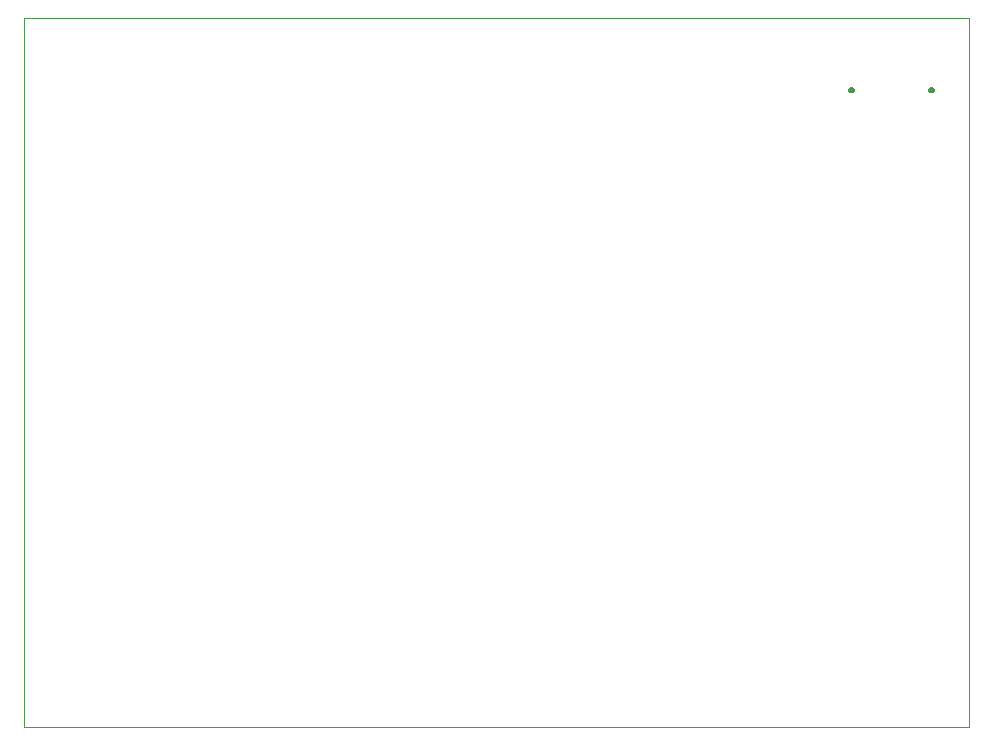
<source format=gbr>
%TF.GenerationSoftware,KiCad,Pcbnew,9.0.0*%
%TF.CreationDate,2025-03-28T16:19:57+02:00*%
%TF.ProjectId,powerSubsys full final,706f7765-7253-4756-9273-79732066756c,rev?*%
%TF.SameCoordinates,Original*%
%TF.FileFunction,Profile,NP*%
%FSLAX46Y46*%
G04 Gerber Fmt 4.6, Leading zero omitted, Abs format (unit mm)*
G04 Created by KiCad (PCBNEW 9.0.0) date 2025-03-28 16:19:57*
%MOMM*%
%LPD*%
G01*
G04 APERTURE LIST*
%TA.AperFunction,Profile*%
%ADD10C,0.050000*%
%TD*%
%TA.AperFunction,Profile*%
%ADD11C,0.000000*%
%TD*%
G04 APERTURE END LIST*
D10*
X184000000Y-69000000D02*
X264000000Y-69000000D01*
X264000000Y-129000000D01*
X184000000Y-129000000D01*
X184000000Y-69000000D01*
D11*
%TA.AperFunction,Profile*%
%TO.C,USBC1*%
G36*
X254208282Y-74845346D02*
G01*
X254284154Y-74921218D01*
X254325216Y-75020350D01*
X254325216Y-75127650D01*
X254284154Y-75226782D01*
X254208282Y-75302654D01*
X254109150Y-75343716D01*
X254001850Y-75343716D01*
X253902718Y-75302654D01*
X253826846Y-75226782D01*
X253785784Y-75127650D01*
X253785784Y-75020350D01*
X253826846Y-74921218D01*
X253902718Y-74845346D01*
X254001850Y-74804284D01*
X254109150Y-74804284D01*
X254208282Y-74845346D01*
G37*
%TD.AperFunction*%
%TA.AperFunction,Profile*%
G36*
X261008282Y-74845346D02*
G01*
X261084154Y-74921218D01*
X261125216Y-75020350D01*
X261125216Y-75127650D01*
X261084154Y-75226782D01*
X261008282Y-75302654D01*
X260909150Y-75343716D01*
X260801850Y-75343716D01*
X260702718Y-75302654D01*
X260626846Y-75226782D01*
X260585784Y-75127650D01*
X260585784Y-75020350D01*
X260626846Y-74921218D01*
X260702718Y-74845346D01*
X260801850Y-74804284D01*
X260909150Y-74804284D01*
X261008282Y-74845346D01*
G37*
%TD.AperFunction*%
%TD*%
M02*

</source>
